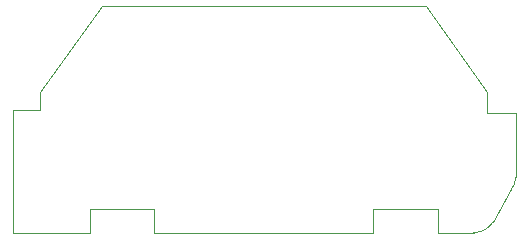
<source format=gm1>
%TF.GenerationSoftware,KiCad,Pcbnew,(5.99.0-6951-g72beaf1538)*%
%TF.CreationDate,2020-11-29T14:33:23+11:00*%
%TF.ProjectId,contact-block-v4,636f6e74-6163-4742-9d62-6c6f636b2d76,rev?*%
%TF.SameCoordinates,Original*%
%TF.FileFunction,Profile,NP*%
%FSLAX46Y46*%
G04 Gerber Fmt 4.6, Leading zero omitted, Abs format (unit mm)*
G04 Created by KiCad (PCBNEW (5.99.0-6951-g72beaf1538)) date 2020-11-29 14:33:23*
%MOMM*%
%LPD*%
G01*
G04 APERTURE LIST*
%TA.AperFunction,Profile*%
%ADD10C,0.100000*%
%TD*%
G04 APERTURE END LIST*
D10*
X132080000Y-91948000D02*
X132080000Y-89916000D01*
X96139000Y-91948000D02*
X98425000Y-91948000D01*
X138322214Y-88280372D02*
G75*
G03*
X138684000Y-87249000I-1289214J1031372D01*
G01*
X126619000Y-89916000D02*
X126619000Y-91948000D01*
X98425000Y-81534000D02*
X96139000Y-81534000D01*
X136271000Y-81788000D02*
X138684000Y-81788000D01*
X102616000Y-89916000D02*
X102616000Y-91948000D01*
X108077000Y-91948000D02*
X108077000Y-89916000D01*
X98425000Y-81534000D02*
X98425000Y-80010000D01*
X131064000Y-72771000D02*
X136271000Y-80010000D01*
X108077000Y-89916000D02*
X102616000Y-89916000D01*
X102616000Y-91948000D02*
X98425000Y-91948000D01*
X138684000Y-81788000D02*
X138684000Y-87249000D01*
X132080000Y-89916000D02*
X126619000Y-89916000D01*
X135128000Y-91940287D02*
G75*
G03*
X136778999Y-91017717I0J1938569D01*
G01*
X136271000Y-80010000D02*
X136271000Y-81788000D01*
X126619000Y-91948000D02*
X108077000Y-91948000D01*
X98425000Y-80010000D02*
X103632000Y-72771000D01*
X135128000Y-91940288D02*
X132080000Y-91948000D01*
X103632000Y-72771000D02*
X131064000Y-72771000D01*
X96139000Y-81534000D02*
X96139000Y-91948000D01*
X138322214Y-88280371D02*
X136778999Y-91017717D01*
M02*

</source>
